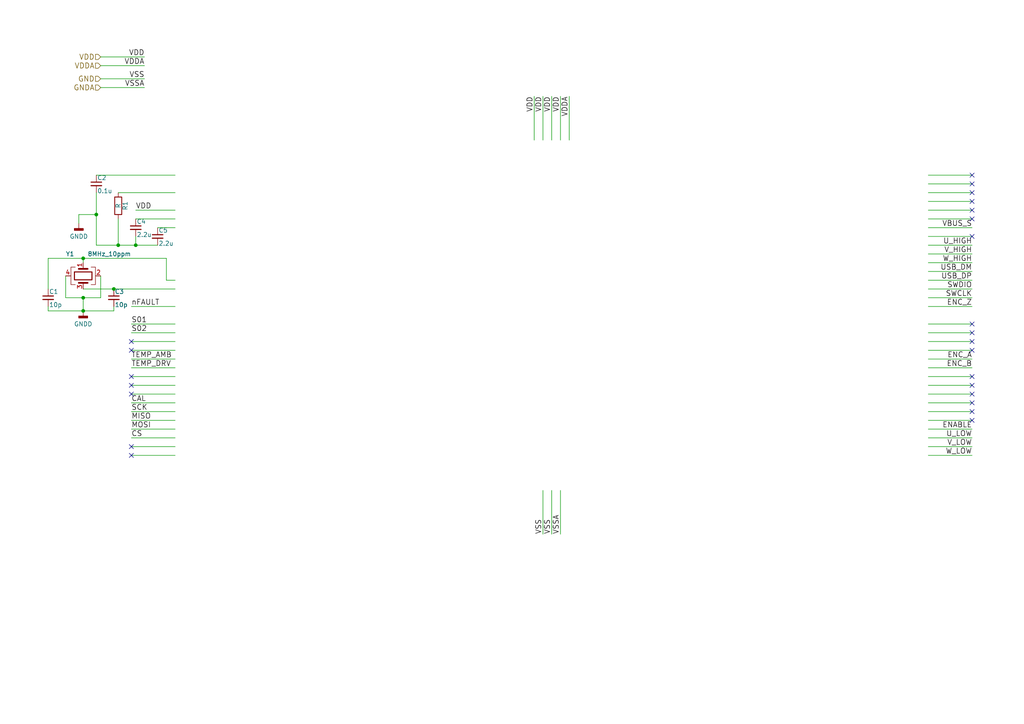
<source format=kicad_sch>
(kicad_sch (version 20211123) (generator eeschema)
  (paper "A4")
  (lib_symbols
    (symbol "Device:C_Small" (pin_numbers hide) (pin_names (offset 0.254) hide)
      (property "Reference" "C" (at 0.254 1.778 0))
      (property "Value" "C_Small" (at 0.254 -2.032 0))
      (symbol "C_Small_0_1"
        (polyline (pts (xy -1.524 -0.508) (xy 1.524 -0.508)) (stroke (width 0.3302)))
        (polyline (pts (xy -1.524 0.508) (xy 1.524 0.508)) (stroke (width 0.3048)))
      )
      (symbol "C_Small_1_1"
        (pin passive line (at 0 2.54 270) (length 2.032) (name "~") (number "1"))
        (pin passive line (at 0 -2.54 90) (length 2.032) (name "~") (number "2"))
      )
    )
    (symbol "Device:Crystal_GND24" (pin_names (offset 1.016) hide)
      (property "Reference" "Y" (at 3.175 5.08 0))
      (property "Value" "Crystal_GND24" (at 3.175 3.175 0))
      (symbol "Crystal_GND24_0_1"
        (rectangle (start -1.143 2.54) (end 1.143 -2.54) (stroke (width 0.3048)))
        (polyline (pts (xy -2.54 0) (xy -2.032 0)))
        (polyline (pts (xy -2.032 -1.27) (xy -2.032 1.27)) (stroke (width 0.508)))
        (polyline (pts (xy 0 -3.81) (xy 0 -3.556)))
        (polyline (pts (xy 0 3.556) (xy 0 3.81)))
        (polyline (pts (xy 2.032 -1.27) (xy 2.032 1.27)) (stroke (width 0.508)))
        (polyline (pts (xy 2.032 0) (xy 2.54 0)))
        (polyline (pts (xy -2.54 -2.286) (xy -2.54 -3.556) (xy 2.54 -3.556) (xy 2.54 -2.286)))
        (polyline (pts (xy -2.54 2.286) (xy -2.54 3.556) (xy 2.54 3.556) (xy 2.54 2.286)))
      )
      (symbol "Crystal_GND24_1_1"
        (pin passive line (at -3.81 0 0) (length 1.27) (name "1") (number "1"))
        (pin passive line (at 0 5.08 270) (length 1.27) (name "2") (number "2"))
        (pin passive line (at 3.81 0 180) (length 1.27) (name "3") (number "3"))
        (pin passive line (at 0 -5.08 90) (length 1.27) (name "4") (number "4"))
      )
    )
    (symbol "Device:R" (pin_numbers hide) (pin_names (offset 0))
      (property "Reference" "R" (at 2.032 0 90))
      (property "Value" "R" (at 0 0 90))
      (symbol "R_0_1"
        (rectangle (start -1.016 -2.54) (end 1.016 2.54) (stroke (width 0.254)))
      )
      (symbol "R_1_1"
        (pin passive line (at 0 3.81 270) (length 1.27) (name "~") (number "1"))
        (pin passive line (at 0 -3.81 90) (length 1.27) (name "~") (number "2"))
      )
    )
    (symbol "power:GNDD" (power) (pin_names (offset 0))
      (property "Value" "GNDD" (at 0 -3.175 0))
      (symbol "GNDD_0_1"
        (rectangle (start -1.27 -1.524) (end 1.27 -2.032) (stroke (width 0.254)) (fill (type outline)))
        (polyline (pts (xy 0 0) (xy 0 -1.524)))
      )
      (symbol "GNDD_1_1"
        (pin power_in line (at 0 0 270) (length 0) hide (name "GNDD") (number "1"))
      )
    )
  )
  (junction (at 24.13 90.17))
  (junction (at 24.13 86.36))
  (junction (at 33.02 83.82))
  (junction (at 39.37 71.12))
  (junction (at 34.29 71.12))
  (junction (at 24.13 74.93))
  (junction (at 27.94 62.23))
  (no_connect (at 38.1 111.76))
  (no_connect (at 281.94 114.3))
  (no_connect (at 281.94 60.96))
  (no_connect (at 281.94 116.84))
  (no_connect (at 281.94 111.76))
  (no_connect (at 281.94 93.98))
  (no_connect (at 281.94 119.38))
  (no_connect (at 38.1 114.3))
  (no_connect (at 281.94 99.06))
  (no_connect (at 38.1 129.54))
  (no_connect (at 281.94 68.58))
  (no_connect (at 281.94 58.42))
  (no_connect (at 38.1 132.08))
  (no_connect (at 281.94 101.6))
  (no_connect (at 281.94 55.88))
  (no_connect (at 281.94 109.22))
  (no_connect (at 281.94 121.92))
  (no_connect (at 38.1 99.06))
  (no_connect (at 38.1 101.6))
  (no_connect (at 281.94 96.52))
  (no_connect (at 281.94 63.5))
  (no_connect (at 281.94 50.8))
  (no_connect (at 281.94 53.34))
  (no_connect (at 38.1 109.22))
  (wire (pts (xy 27.94 62.23) (xy 27.94 71.12)))
  (wire (pts (xy 269.24 63.5) (xy 281.94 63.5)))
  (wire (pts (xy 50.8 66.04) (xy 45.72 66.04)))
  (wire (pts (xy 269.24 129.54) (xy 281.94 129.54)))
  (wire (pts (xy 34.29 63.5) (xy 34.29 71.12)))
  (wire (pts (xy 160.02 142.24) (xy 160.02 154.94)))
  (wire (pts (xy 269.24 109.22) (xy 281.94 109.22)))
  (wire (pts (xy 269.24 93.98) (xy 281.94 93.98)))
  (wire (pts (xy 50.8 116.84) (xy 38.1 116.84)))
  (wire (pts (xy 39.37 68.58) (xy 39.37 71.12)))
  (wire (pts (xy 29.21 19.05) (xy 41.91 19.05)))
  (wire (pts (xy 48.26 81.28) (xy 50.8 81.28)))
  (wire (pts (xy 13.97 90.17) (xy 24.13 90.17)))
  (wire (pts (xy 24.13 86.36) (xy 29.21 86.36)))
  (wire (pts (xy 29.21 16.51) (xy 41.91 16.51)))
  (wire (pts (xy 269.24 73.66) (xy 281.94 73.66)))
  (wire (pts (xy 269.24 55.88) (xy 281.94 55.88)))
  (wire (pts (xy 269.24 78.74) (xy 281.94 78.74)))
  (wire (pts (xy 269.24 58.42) (xy 281.94 58.42)))
  (wire (pts (xy 50.8 88.9) (xy 38.1 88.9)))
  (wire (pts (xy 269.24 76.2) (xy 281.94 76.2)))
  (wire (pts (xy 50.8 132.08) (xy 38.1 132.08)))
  (wire (pts (xy 269.24 53.34) (xy 281.94 53.34)))
  (wire (pts (xy 24.13 83.82) (xy 33.02 83.82)))
  (wire (pts (xy 269.24 104.14) (xy 281.94 104.14)))
  (wire (pts (xy 269.24 50.8) (xy 281.94 50.8)))
  (wire (pts (xy 50.8 129.54) (xy 38.1 129.54)))
  (wire (pts (xy 24.13 74.93) (xy 48.26 74.93)))
  (wire (pts (xy 29.21 25.4) (xy 41.91 25.4)))
  (wire (pts (xy 269.24 127) (xy 281.94 127)))
  (wire (pts (xy 13.97 74.93) (xy 13.97 83.82)))
  (wire (pts (xy 13.97 74.93) (xy 24.13 74.93)))
  (wire (pts (xy 269.24 71.12) (xy 281.94 71.12)))
  (wire (pts (xy 29.21 22.86) (xy 41.91 22.86)))
  (wire (pts (xy 50.8 127) (xy 38.1 127)))
  (wire (pts (xy 269.24 99.06) (xy 281.94 99.06)))
  (wire (pts (xy 50.8 63.5) (xy 39.37 63.5)))
  (wire (pts (xy 50.8 50.8) (xy 27.94 50.8)))
  (wire (pts (xy 269.24 124.46) (xy 281.94 124.46)))
  (wire (pts (xy 269.24 132.08) (xy 281.94 132.08)))
  (wire (pts (xy 22.86 64.77) (xy 22.86 62.23)))
  (wire (pts (xy 162.56 142.24) (xy 162.56 154.94)))
  (wire (pts (xy 162.56 40.64) (xy 162.56 27.94)))
  (wire (pts (xy 19.05 86.36) (xy 24.13 86.36)))
  (wire (pts (xy 50.8 104.14) (xy 38.1 104.14)))
  (wire (pts (xy 34.29 71.12) (xy 39.37 71.12)))
  (wire (pts (xy 160.02 40.64) (xy 160.02 27.94)))
  (wire (pts (xy 33.02 83.82) (xy 50.8 83.82)))
  (wire (pts (xy 50.8 119.38) (xy 38.1 119.38)))
  (wire (pts (xy 269.24 81.28) (xy 281.94 81.28)))
  (wire (pts (xy 269.24 96.52) (xy 281.94 96.52)))
  (wire (pts (xy 50.8 55.88) (xy 34.29 55.88)))
  (wire (pts (xy 269.24 66.04) (xy 281.94 66.04)))
  (wire (pts (xy 269.24 114.3) (xy 281.94 114.3)))
  (wire (pts (xy 50.8 114.3) (xy 38.1 114.3)))
  (wire (pts (xy 157.48 40.64) (xy 157.48 27.94)))
  (wire (pts (xy 29.21 86.36) (xy 29.21 80.01)))
  (wire (pts (xy 24.13 76.2) (xy 24.13 74.93)))
  (wire (pts (xy 48.26 74.93) (xy 48.26 81.28)))
  (wire (pts (xy 165.1 40.64) (xy 165.1 27.94)))
  (wire (pts (xy 39.37 71.12) (xy 45.72 71.12)))
  (wire (pts (xy 157.48 142.24) (xy 157.48 154.94)))
  (wire (pts (xy 50.8 60.96) (xy 39.37 60.96)))
  (wire (pts (xy 269.24 111.76) (xy 281.94 111.76)))
  (wire (pts (xy 24.13 90.17) (xy 33.02 90.17)))
  (wire (pts (xy 269.24 119.38) (xy 281.94 119.38)))
  (wire (pts (xy 50.8 109.22) (xy 38.1 109.22)))
  (wire (pts (xy 33.02 90.17) (xy 33.02 88.9)))
  (wire (pts (xy 269.24 88.9) (xy 281.94 88.9)))
  (wire (pts (xy 50.8 93.98) (xy 38.1 93.98)))
  (wire (pts (xy 50.8 124.46) (xy 38.1 124.46)))
  (wire (pts (xy 154.94 40.64) (xy 154.94 27.94)))
  (wire (pts (xy 50.8 99.06) (xy 38.1 99.06)))
  (wire (pts (xy 50.8 121.92) (xy 38.1 121.92)))
  (wire (pts (xy 269.24 68.58) (xy 281.94 68.58)))
  (wire (pts (xy 269.24 121.92) (xy 281.94 121.92)))
  (wire (pts (xy 269.24 116.84) (xy 281.94 116.84)))
  (wire (pts (xy 27.94 71.12) (xy 34.29 71.12)))
  (wire (pts (xy 50.8 101.6) (xy 38.1 101.6)))
  (wire (pts (xy 269.24 101.6) (xy 281.94 101.6)))
  (wire (pts (xy 13.97 88.9) (xy 13.97 90.17)))
  (wire (pts (xy 269.24 106.68) (xy 281.94 106.68)))
  (wire (pts (xy 269.24 83.82) (xy 281.94 83.82)))
  (wire (pts (xy 269.24 86.36) (xy 281.94 86.36)))
  (wire (pts (xy 50.8 111.76) (xy 38.1 111.76)))
  (wire (pts (xy 50.8 96.52) (xy 38.1 96.52)))
  (wire (pts (xy 27.94 55.88) (xy 27.94 62.23)))
  (wire (pts (xy 269.24 60.96) (xy 281.94 60.96)))
  (wire (pts (xy 22.86 62.23) (xy 27.94 62.23)))
  (wire (pts (xy 24.13 86.36) (xy 24.13 90.17)))
  (wire (pts (xy 19.05 86.36) (xy 19.05 80.01)))
  (wire (pts (xy 50.8 106.68) (xy 38.1 106.68)))
  (label "V_LOW" (at 281.94 129.54 180) (effects (font (size 1.524 1.524))))
  (label "S02" (at 38.1 96.52 0) (effects (font (size 1.524 1.524))))
  (label "V_HIGH" (at 281.94 73.66 180) (effects (font (size 1.524 1.524))))
  (label "VDD" (at 162.56 27.94 270) (effects (font (size 1.524 1.524))))
  (label "SWDIO" (at 281.94 83.82 180) (effects (font (size 1.524 1.524))))
  (label "SCK" (at 38.1 119.38 0) (effects (font (size 1.524 1.524))))
  (label "CS" (at 38.1 127 0) (effects (font (size 1.524 1.524))))
  (label "S01" (at 38.1 93.98 0) (effects (font (size 1.524 1.524))))
  (label "U_LOW" (at 281.94 127 180) (effects (font (size 1.524 1.524))))
  (label "VDD" (at 160.02 27.94 270) (effects (font (size 1.524 1.524))))
  (label "W_HIGH" (at 281.94 76.2 180) (effects (font (size 1.524 1.524))))
  (label "CAL" (at 38.1 116.84 0) (effects (font (size 1.524 1.524))))
  (label "ENABLE" (at 281.94 124.46 180) (effects (font (size 1.524 1.524))))
  (label "VDD" (at 41.91 16.51 180) (effects (font (size 1.524 1.524))))
  (label "VSS" (at 160.02 154.94 90) (effects (font (size 1.524 1.524))))
  (label "USB_DM" (at 281.94 78.74 180) (effects (font (size 1.524 1.524))))
  (label "U_HIGH" (at 281.94 71.12 180) (effects (font (size 1.524 1.524))))
  (label "VDDA" (at 165.1 27.94 270) (effects (font (size 1.524 1.524))))
  (label "MOSI" (at 38.1 124.46 0) (effects (font (size 1.524 1.524))))
  (label "VDD" (at 157.48 27.94 270) (effects (font (size 1.524 1.524))))
  (label "VDD" (at 39.37 60.96 0) (effects (font (size 1.524 1.524))))
  (label "ENC_B" (at 281.94 106.68 180) (effects (font (size 1.524 1.524))))
  (label "MISO" (at 38.1 121.92 0) (effects (font (size 1.524 1.524))))
  (label "VSSA" (at 162.56 154.94 90) (effects (font (size 1.524 1.524))))
  (label "ENC_A" (at 281.94 104.14 180) (effects (font (size 1.524 1.524))))
  (label "TEMP_AMB" (at 38.1 104.14 0) (effects (font (size 1.524 1.524))))
  (label "VDDA" (at 41.91 19.05 180) (effects (font (size 1.524 1.524))))
  (label "VBUS_S" (at 281.94 66.04 180) (effects (font (size 1.524 1.524))))
  (label "TEMP_DRV" (at 38.1 106.68 0) (effects (font (size 1.524 1.524))))
  (label "ENC_Z" (at 281.94 88.9 180) (effects (font (size 1.524 1.524))))
  (label "SWCLK" (at 281.94 86.36 180) (effects (font (size 1.524 1.524))))
  (label "nFAULT" (at 38.1 88.9 0) (effects (font (size 1.524 1.524))))
  (label "VSS" (at 157.48 154.94 90) (effects (font (size 1.524 1.524))))
  (label "VSS" (at 41.91 22.86 180) (effects (font (size 1.524 1.524))))
  (label "VDD" (at 154.94 27.94 270) (effects (font (size 1.524 1.524))))
  (label "W_LOW" (at 281.94 132.08 180) (effects (font (size 1.524 1.524))))
  (label "USB_DP" (at 281.94 81.28 180) (effects (font (size 1.524 1.524))))
  (label "VSSA" (at 41.91 25.4 180) (effects (font (size 1.524 1.524))))
  (hierarchical_label "GND" (shape input) (at 29.21 22.86 180) (effects (font (size 1.524 1.524))))
  (hierarchical_label "GNDA" (shape input) (at 29.21 25.4 180) (effects (font (size 1.524 1.524))))
  (hierarchical_label "VDDA" (shape input) (at 29.21 19.05 180) (effects (font (size 1.524 1.524))))
  (hierarchical_label "VDD" (shape input) (at 29.21 16.51 180) (effects (font (size 1.524 1.524))))
  (symbol (lib_id "foc-rescue:STM32F405RGTx") (at 160.02 91.44 0) (unit 1)
    (property "Reference" "U1" (at 53.34 42.545 0) (effects (justify left bottom)))
    (property "Value" "STM32F405RGTx" (at 266.7 42.545 0) (effects (justify right bottom)))
    (property "Footprint" "LQFP64" (effects hide))
  )
  (symbol (lib_id "Device:R") (at 34.29 59.69 0) (unit 1)
    (property "Reference" "R1" (at 36.322 59.69 90))
    (property "Value" "R" (at 34.29 59.69 90))
  )
  (symbol (lib_id "Device:Crystal_GND24") (at 24.13 80.01 270) (unit 1)
    (property "Reference" "Y1" (at 19.05 73.66 90) (effects (justify left)))
    (property "Value" "8MHz_10ppm" (at 25.4 73.66 90) (effects (justify left)))
  )
  (symbol (lib_id "power:GNDD") (at 24.13 90.17 0) (unit 1)
    (property "Reference" "#PWR2" (effects hide))
    (property "Value" "GNDD" (at 24.13 93.98 0))
  )
  (symbol (lib_id "Device:C_Small") (at 45.72 68.58 0) (unit 1)
    (property "Reference" "C5" (at 45.974 66.802 0) (effects (justify left)))
    (property "Value" "2.2u" (at 45.974 70.612 0) (effects (justify left)))
  )
  (symbol (lib_id "Device:C_Small") (at 39.37 66.04 0) (unit 1)
    (property "Reference" "C4" (at 39.624 64.262 0) (effects (justify left)))
    (property "Value" "2.2u" (at 39.624 68.072 0) (effects (justify left)))
  )
  (symbol (lib_id "Device:C_Small") (at 13.97 86.36 0) (unit 1)
    (property "Reference" "C1" (at 14.224 84.582 0) (effects (justify left)))
    (property "Value" "10p" (at 14.224 88.392 0) (effects (justify left)))
  )
  (symbol (lib_id "Device:C_Small") (at 33.02 86.36 0) (unit 1)
    (property "Reference" "C3" (at 33.274 84.582 0) (effects (justify left)))
    (property "Value" "10p" (at 33.274 88.392 0) (effects (justify left)))
  )
  (symbol (lib_id "Device:C_Small") (at 27.94 53.34 0) (unit 1)
    (property "Reference" "C2" (at 28.194 51.562 0) (effects (justify left)))
    (property "Value" "0.1u" (at 28.194 55.372 0) (effects (justify left)))
  )
  (symbol (lib_id "power:GNDD") (at 22.86 64.77 0) (unit 1)
    (property "Reference" "#PWR1" (effects hide))
    (property "Value" "GNDD" (at 22.86 68.58 0))
  )
)
</source>
